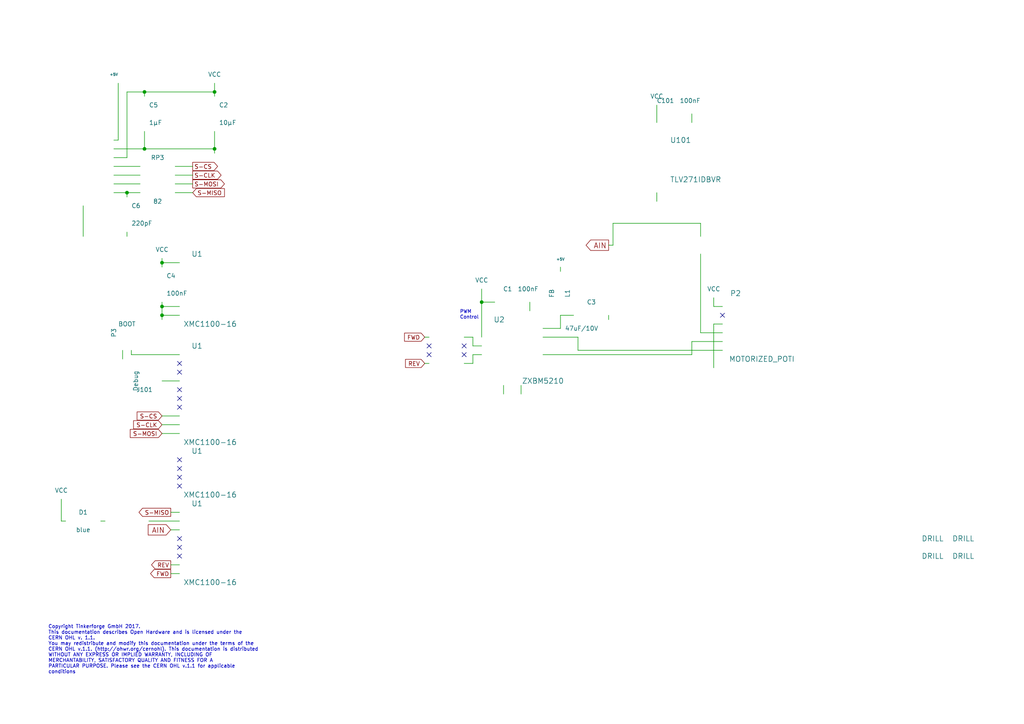
<source format=kicad_sch>
(kicad_sch (version 20230121) (generator eeschema)
  (paper "A4")
  (title_block (title "Motorized Linear Poti Bricklet") (date "2017-05-19") (rev "1.0") (company "Tinkerforge GmbH") (comment 1 "Licensed under CERN OHL v.1.1") (comment 2 "Copyright (©) 2017, L.Lauer <lukas@tinkerforge.com>"))
  (lib_symbols)
  (junction (at 139.7 87.63))
  (junction (at 46.99 91.44))
  (junction (at 62.23 43.18))
  (junction (at 62.23 26.67))
  (junction (at 36.83 55.88))
  (junction (at 46.99 88.9))
  (junction (at 41.91 26.67))
  (junction (at 41.91 43.18))
  (junction (at 46.99 76.2))
  (no_connect (at 134.62 102.87))
  (no_connect (at 52.07 115.57))
  (no_connect (at 124.46 102.87))
  (no_connect (at 52.07 133.35))
  (no_connect (at 52.07 113.03))
  (no_connect (at 52.07 161.29))
  (no_connect (at 124.46 100.33))
  (no_connect (at 52.07 156.21))
  (no_connect (at 52.07 135.89))
  (no_connect (at 52.07 158.75))
  (no_connect (at 52.07 140.97))
  (no_connect (at 52.07 118.11))
  (no_connect (at 209.55 91.44))
  (no_connect (at 52.07 138.43))
  (no_connect (at 52.07 105.41))
  (no_connect (at 52.07 107.95))
  (no_connect (at 134.62 100.33))
  (wire (pts (xy 207.01 88.9) (xy 207.01 86.36)))
  (wire (pts (xy 157.48 95.25) (xy 162.56 95.25)))
  (wire (pts (xy 190.5 30.48) (xy 190.5 35.56)))
  (wire (pts (xy 52.07 102.87) (xy 38.1 102.87)))
  (wire (pts (xy 151.13 114.3) (xy 151.13 111.76)))
  (wire (pts (xy 200.66 99.06) (xy 200.66 102.87)))
  (wire (pts (xy 41.91 38.1) (xy 41.91 43.18)))
  (wire (pts (xy 52.07 163.83) (xy 49.53 163.83)))
  (wire (pts (xy 139.7 102.87) (xy 137.16 102.87)))
  (wire (pts (xy 52.07 88.9) (xy 46.99 88.9)))
  (wire (pts (xy 203.2 96.52) (xy 209.55 96.52)))
  (wire (pts (xy 137.16 97.79) (xy 137.16 100.33)))
  (wire (pts (xy 143.51 87.63) (xy 139.7 87.63)))
  (wire (pts (xy 176.53 71.12) (xy 177.8 71.12)))
  (wire (pts (xy 36.83 68.58) (xy 36.83 67.31)))
  (wire (pts (xy 200.66 35.56) (xy 200.66 33.02)))
  (wire (pts (xy 177.8 64.77) (xy 177.8 71.12)))
  (wire (pts (xy 124.46 97.79) (xy 123.19 97.79)))
  (wire (pts (xy 46.99 110.49) (xy 52.07 110.49)))
  (wire (pts (xy 139.7 87.63) (xy 139.7 97.79)))
  (wire (pts (xy 36.83 55.88) (xy 40.64 55.88)))
  (wire (pts (xy 124.46 105.41) (xy 123.19 105.41)))
  (wire (pts (xy 36.83 26.67) (xy 36.83 45.72)))
  (wire (pts (xy 167.64 97.79) (xy 157.48 97.79)))
  (wire (pts (xy 200.66 102.87) (xy 157.48 102.87)))
  (wire (pts (xy 162.56 78.74) (xy 162.56 77.47)))
  (wire (pts (xy 46.99 88.9) (xy 46.99 91.44)))
  (wire (pts (xy 139.7 83.82) (xy 139.7 87.63)))
  (wire (pts (xy 46.99 77.47) (xy 46.99 76.2)))
  (wire (pts (xy 41.91 27.94) (xy 41.91 26.67)))
  (wire (pts (xy 167.64 97.79) (xy 167.64 101.6)))
  (wire (pts (xy 46.99 91.44) (xy 46.99 92.71)))
  (wire (pts (xy 167.64 101.6) (xy 209.55 101.6)))
  (wire (pts (xy 52.07 148.59) (xy 49.53 148.59)))
  (wire (pts (xy 162.56 95.25) (xy 162.56 91.44)))
  (wire (pts (xy 46.99 87.63) (xy 46.99 88.9)))
  (wire (pts (xy 41.91 26.67) (xy 62.23 26.67)))
  (wire (pts (xy 35.56 101.6) (xy 35.56 104.14)))
  (wire (pts (xy 19.05 151.13) (xy 17.78 151.13)))
  (wire (pts (xy 207.01 93.98) (xy 209.55 93.98)))
  (wire (pts (xy 17.78 151.13) (xy 17.78 144.78)))
  (wire (pts (xy 62.23 43.18) (xy 62.23 44.45)))
  (wire (pts (xy 52.07 91.44) (xy 46.99 91.44)))
  (wire (pts (xy 36.83 57.15) (xy 36.83 55.88)))
  (wire (pts (xy 134.62 105.41) (xy 137.16 105.41)))
  (wire (pts (xy 33.02 53.34) (xy 40.64 53.34)))
  (wire (pts (xy 30.48 151.13) (xy 29.21 151.13)))
  (wire (pts (xy 33.02 55.88) (xy 36.83 55.88)))
  (wire (pts (xy 137.16 105.41) (xy 137.16 102.87)))
  (wire (pts (xy 153.67 90.17) (xy 153.67 87.63)))
  (wire (pts (xy 41.91 43.18) (xy 62.23 43.18)))
  (wire (pts (xy 52.07 166.37) (xy 49.53 166.37)))
  (wire (pts (xy 33.02 43.18) (xy 41.91 43.18)))
  (wire (pts (xy 46.99 123.19) (xy 52.07 123.19)))
  (wire (pts (xy 190.5 58.42) (xy 190.5 55.88)))
  (wire (pts (xy 207.01 106.68) (xy 207.01 93.98)))
  (wire (pts (xy 50.8 50.8) (xy 55.88 50.8)))
  (wire (pts (xy 207.01 88.9) (xy 209.55 88.9)))
  (wire (pts (xy 46.99 120.65) (xy 52.07 120.65)))
  (wire (pts (xy 146.05 114.3) (xy 146.05 111.76)))
  (wire (pts (xy 33.02 48.26) (xy 40.64 48.26)))
  (wire (pts (xy 34.29 24.13) (xy 34.29 40.64)))
  (wire (pts (xy 62.23 38.1) (xy 62.23 43.18)))
  (wire (pts (xy 162.56 91.44) (xy 166.37 91.44)))
  (wire (pts (xy 203.2 64.77) (xy 177.8 64.77)))
  (wire (pts (xy 176.53 92.71) (xy 176.53 91.44)))
  (wire (pts (xy 209.55 99.06) (xy 200.66 99.06)))
  (wire (pts (xy 46.99 76.2) (xy 52.07 76.2)))
  (wire (pts (xy 50.8 55.88) (xy 55.88 55.88)))
  (wire (pts (xy 24.13 59.69) (xy 24.13 68.58)))
  (wire (pts (xy 33.02 50.8) (xy 40.64 50.8)))
  (wire (pts (xy 50.8 48.26) (xy 55.88 48.26)))
  (wire (pts (xy 46.99 125.73) (xy 52.07 125.73)))
  (wire (pts (xy 46.99 76.2) (xy 46.99 74.93)))
  (wire (pts (xy 134.62 97.79) (xy 137.16 97.79)))
  (wire (pts (xy 62.23 24.13) (xy 62.23 26.67)))
  (wire (pts (xy 137.16 100.33) (xy 139.7 100.33)))
  (wire (pts (xy 203.2 68.58) (xy 203.2 64.77)))
  (wire (pts (xy 36.83 26.67) (xy 41.91 26.67)))
  (wire (pts (xy 36.83 45.72) (xy 33.02 45.72)))
  (wire (pts (xy 52.07 151.13) (xy 43.18 151.13)))
  (wire (pts (xy 203.2 73.66) (xy 203.2 96.52)))
  (wire (pts (xy 38.1 102.87) (xy 38.1 101.6)))
  (wire (pts (xy 62.23 26.67) (xy 62.23 27.94)))
  (wire (pts (xy 49.53 153.67) (xy 52.07 153.67)))
  (wire (pts (xy 34.29 40.64) (xy 33.02 40.64)))
  (wire (pts (xy 50.8 53.34) (xy 55.88 53.34)))
  (text "PWM\nControl" (at 133.35 92.71 0) (effects (font (size 0.9906 0.9906)) (justify left bottom)))
  (text "Copyright Tinkerforge GmbH 2017.\nThis documentation describes Open Hardware and is licensed under the\nCERN OHL v. 1.1.\nYou may redistribute and modify this documentation under the terms of the\nCERN OHL v.1.1. (http://ohwr.org/cernohl). This documentation is distributed\nWITHOUT ANY EXPRESS OR IMPLIED WARRANTY, INCLUDING OF\nMERCHANTABILITY, SATISFACTORY QUALITY AND FITNESS FOR A\nPARTICULAR PURPOSE. Please see the CERN OHL v.1.1 for applicable\nconditions\n" (at 13.97 195.58 0) (effects (font (size 1.016 1.016)) (justify left bottom)))
  (global_label "S-MISO" (shape output) (at 49.53 148.59 180) (effects (font (size 1.1938 1.1938))) (property "Intersheetrefs" "${INTERSHEET_REFS}" (effects hide)))
  (global_label "S-MOSI" (shape input) (at 46.99 125.73 180) (effects (font (size 1.1938 1.1938))) (property "Intersheetrefs" "${INTERSHEET_REFS}" (effects hide)))
  (global_label "S-CLK" (shape output) (at 55.88 50.8 0) (effects (font (size 1.1938 1.1938))) (property "Intersheetrefs" "${INTERSHEET_REFS}" (effects hide)))
  (global_label "FWD" (shape input) (at 123.19 97.79 180) (effects (font (size 1.1938 1.1938))) (property "Intersheetrefs" "${INTERSHEET_REFS}" (effects hide)))
  (global_label "REV" (shape output) (at 49.53 163.83 180) (effects (font (size 1.1938 1.1938))) (property "Intersheetrefs" "${INTERSHEET_REFS}" (effects hide)))
  (global_label "FWD" (shape output) (at 49.53 166.37 180) (effects (font (size 1.1938 1.1938))) (property "Intersheetrefs" "${INTERSHEET_REFS}" (effects hide)))
  (global_label "AIN" (shape input) (at 49.53 153.67 180) (effects (font (size 1.524 1.524))) (property "Intersheetrefs" "${INTERSHEET_REFS}" (effects hide)))
  (global_label "AIN" (shape output) (at 176.53 71.12 180) (effects (font (size 1.524 1.524))) (property "Intersheetrefs" "${INTERSHEET_REFS}" (effects hide)))
  (global_label "REV" (shape input) (at 123.19 105.41 180) (effects (font (size 1.1938 1.1938))) (property "Intersheetrefs" "${INTERSHEET_REFS}" (effects hide)))
  (global_label "S-MISO" (shape input) (at 55.88 55.88 0) (effects (font (size 1.1938 1.1938))) (property "Intersheetrefs" "${INTERSHEET_REFS}" (effects hide)))
  (global_label "S-CS" (shape input) (at 46.99 120.65 180) (effects (font (size 1.1938 1.1938))) (property "Intersheetrefs" "${INTERSHEET_REFS}" (effects hide)))
  (global_label "S-MOSI" (shape output) (at 55.88 53.34 0) (effects (font (size 1.1938 1.1938))) (property "Intersheetrefs" "${INTERSHEET_REFS}" (effects hide)))
  (global_label "S-CLK" (shape input) (at 46.99 123.19 180) (effects (font (size 1.1938 1.1938))) (property "Intersheetrefs" "${INTERSHEET_REFS}" (effects hide)))
  (global_label "S-CS" (shape output) (at 55.88 48.26 0) (effects (font (size 1.1938 1.1938))) (property "Intersheetrefs" "${INTERSHEET_REFS}" (effects hide)))
  (symbol (lib_id "GND") (at 62.23 44.45 0) (unit 1)
    (property "Reference" "#PWR01" (effects hide))
    (property "Value" "GND" (effects hide))
  )
  (symbol (lib_id "DRILL") (at 279.4 156.21 0) (unit 1)
    (property "Reference" "U5" (effects hide))
    (property "Value" "DRILL" (at 279.4 156.21 0) (effects (font (size 1.524 1.524))))
    (property "Footprint" "kicad-libraries:DRILL_NP" (effects hide))
  )
  (symbol (lib_id "DRILL") (at 279.4 161.29 0) (unit 1)
    (property "Reference" "U6" (effects hide))
    (property "Value" "DRILL" (at 279.4 161.29 0) (effects (font (size 1.524 1.524))))
    (property "Footprint" "kicad-libraries:DRILL_NP" (effects hide))
  )
  (symbol (lib_id "DRILL") (at 270.51 161.29 0) (unit 1)
    (property "Reference" "U4" (effects hide))
    (property "Value" "DRILL" (at 270.51 161.29 0) (effects (font (size 1.524 1.524))))
    (property "Footprint" "kicad-libraries:DRILL_NP" (effects hide))
  )
  (symbol (lib_id "DRILL") (at 270.51 156.21 0) (unit 1)
    (property "Reference" "U3" (effects hide))
    (property "Value" "DRILL" (at 270.51 156.21 0) (effects (font (size 1.524 1.524))))
    (property "Footprint" "kicad-libraries:DRILL_NP" (effects hide))
  )
  (symbol (lib_id "ZXBM5210") (at 148.59 100.33 0) (unit 1)
    (property "Reference" "U2" (at 144.78 92.71 0) (effects (font (size 1.524 1.524))))
    (property "Value" "ZXBM5210" (at 157.48 110.49 0) (effects (font (size 1.524 1.524))))
    (property "Footprint" "kicad-libraries:SO-8-EP" (effects hide))
  )
  (symbol (lib_id "GND") (at 146.05 114.3 0) (unit 1)
    (property "Reference" "#PWR02" (effects hide))
    (property "Value" "GND" (effects hide))
  )
  (symbol (lib_id "GND") (at 151.13 114.3 0) (unit 1)
    (property "Reference" "#PWR03" (effects hide))
    (property "Value" "GND" (effects hide))
  )
  (symbol (lib_id "C") (at 148.59 87.63 90) (unit 1)
    (property "Reference" "C1" (at 148.59 83.82 90) (effects (justify left)))
    (property "Value" "100nF" (at 156.21 83.82 90) (effects (justify left)))
    (property "Footprint" "kicad-libraries:C0603E" (effects hide))
  )
  (symbol (lib_id "GND") (at 153.67 90.17 0) (unit 1)
    (property "Reference" "#PWR04" (effects hide))
    (property "Value" "GND" (effects hide))
  )
  (symbol (lib_id "+5V") (at 34.29 24.13 0) (unit 1)
    (property "Reference" "#PWR05" (effects hide))
    (property "Value" "+5V" (at 33.02 21.59 0) (effects (font (size 0.762 0.762))))
  )
  (symbol (lib_id "+5V") (at 162.56 77.47 0) (unit 1)
    (property "Reference" "#PWR06" (effects hide))
    (property "Value" "+5V" (at 162.56 75.184 0) (effects (font (size 0.762 0.762))))
  )
  (symbol (lib_id "INDUCT") (at 162.56 85.09 0) (unit 1)
    (property "Reference" "L1" (at 164.592 85.09 90))
    (property "Value" "FB" (at 160.02 85.09 90))
    (property "Footprint" "kicad-libraries:C0603E" (effects hide))
  )
  (symbol (lib_id "C") (at 171.45 91.44 270) (unit 1)
    (property "Reference" "C3" (at 170.18 87.63 90) (effects (justify left)))
    (property "Value" "47uF/10V" (at 163.83 95.25 90) (effects (justify left)))
    (property "Footprint" "kicad-libraries:C1206" (effects hide))
  )
  (symbol (lib_id "GND") (at 176.53 92.71 0) (unit 1)
    (property "Reference" "#PWR07" (effects hide))
    (property "Value" "GND" (effects hide))
  )
  (symbol (lib_id "R_PACK4") (at 129.54 106.68 0) (mirror y) (unit 1)
    (property "Reference" "RP1" (at 129.54 95.25 0) (effects (font (size 1.016 1.016))))
    (property "Value" "1k" (at 129.54 107.95 0) (effects (font (size 1.016 1.016))))
    (property "Footprint" "kicad-libraries:4X0603" (effects hide))
  )
  (symbol (lib_id "MOTORIZED_POTI") (at 212.09 95.25 0) (unit 1)
    (property "Reference" "P2" (at 213.36 85.09 0) (effects (font (size 1.524 1.524))))
    (property "Value" "MOTORIZED_POTI" (at 220.98 104.14 0) (effects (font (size 1.524 1.524))))
    (property "Footprint" "kicad-libraries:MOTORIZED_POTI" (effects hide))
  )
  (symbol (lib_id "GND") (at 207.01 106.68 0) (unit 1)
    (property "Reference" "#PWR08" (effects hide))
    (property "Value" "GND" (effects hide))
  )
  (symbol (lib_id "CON-SENSOR2") (at 24.13 48.26 0) (mirror y) (unit 1)
    (property "Reference" "P1" (at 27.94 38.1 0) (effects (font (size 1.524 1.524))))
    (property "Value" "CON-SENSOR2" (at 20.32 48.26 90) (effects (font (size 1.524 1.524))))
    (property "Footprint" "kicad-libraries:CON-SENSOR2" (effects hide))
  )
  (symbol (lib_id "C") (at 62.23 33.02 0) (unit 1)
    (property "Reference" "C2" (at 63.5 30.48 0) (effects (justify left)))
    (property "Value" "10µF" (at 63.5 35.56 0) (effects (justify left)))
    (property "Footprint" "kicad-libraries:C0805" (effects hide))
  )
  (symbol (lib_id "C") (at 41.91 33.02 0) (unit 1)
    (property "Reference" "C5" (at 43.18 30.48 0) (effects (justify left)))
    (property "Value" "1µF" (at 43.18 35.56 0) (effects (justify left)))
    (property "Footprint" "kicad-libraries:C0603F" (effects hide))
  )
  (symbol (lib_id "VCC") (at 62.23 24.13 0) (unit 1)
    (property "Reference" "#PWR09" (effects hide))
    (property "Value" "VCC" (at 62.23 21.59 0))
  )
  (symbol (lib_id "GND") (at 36.83 68.58 0) (unit 1)
    (property "Reference" "#PWR010" (effects hide))
    (property "Value" "GND" (effects hide))
  )
  (symbol (lib_id "CONN_01X02") (at 36.83 96.52 90) (unit 1)
    (property "Reference" "P3" (at 33.02 96.52 0))
    (property "Value" "BOOT" (at 36.83 93.98 90))
    (property "Footprint" "kicad-libraries:SolderJumper" (effects hide))
  )
  (symbol (lib_id "R") (at 36.83 151.13 90) (unit 1)
    (property "Reference" "R1" (at 36.83 149.098 90))
    (property "Value" "1k" (at 36.83 151.13 90))
    (property "Footprint" "kicad-libraries:R0603F" (effects hide))
  )
  (symbol (lib_id "LED") (at 24.13 151.13 0) (unit 1)
    (property "Reference" "D1" (at 24.13 148.59 0))
    (property "Value" "blue" (at 24.13 153.67 0))
    (property "Footprint" "kicad-libraries:D0603F" (effects hide))
  )
  (symbol (lib_id "VCC") (at 17.78 144.78 0) (unit 1)
    (property "Reference" "#PWR011" (effects hide))
    (property "Value" "VCC" (at 17.78 142.24 0))
  )
  (symbol (lib_id "C") (at 46.99 82.55 0) (unit 1)
    (property "Reference" "C4" (at 48.26 80.01 0) (effects (justify left)))
    (property "Value" "100nF" (at 48.26 85.09 0) (effects (justify left)))
    (property "Footprint" "kicad-libraries:C0603F" (effects hide))
  )
  (symbol (lib_id "GND") (at 46.99 92.71 0) (unit 1)
    (property "Reference" "#PWR015" (effects hide))
    (property "Value" "GND" (effects hide))
  )
  (symbol (lib_id "VCC") (at 46.99 74.93 0) (unit 1)
    (property "Reference" "#PWR012" (effects hide))
    (property "Value" "VCC" (at 46.99 72.39 0))
  )
  (symbol (lib_id "VCC") (at 139.7 83.82 0) (unit 1)
    (property "Reference" "#PWR013" (effects hide))
    (property "Value" "VCC" (at 139.7 81.28 0))
  )
  (symbol (lib_id "VCC") (at 207.01 86.36 0) (unit 1)
    (property "Reference" "#PWR014" (effects hide))
    (property "Value" "VCC" (at 207.01 83.82 0))
  )
  (symbol (lib_id "XMC1XXX24") (at 60.96 83.82 0) (unit 1)
    (property "Reference" "U1" (at 57.15 73.66 0) (effects (font (size 1.524 1.524))))
    (property "Value" "XMC1100-16" (at 60.96 93.98 0) (effects (font (size 1.524 1.524))))
    (property "Footprint" "kicad-libraries:QFN24-4x4mm-0.5mm" (effects hide))
  )
  (symbol (lib_id "XMC1XXX24") (at 60.96 114.3 0) (unit 2)
    (property "Reference" "U1" (at 57.15 100.33 0) (effects (font (size 1.524 1.524))))
    (property "Value" "XMC1100-16" (at 60.96 128.27 0) (effects (font (size 1.524 1.524))))
    (property "Footprint" "kicad-libraries:QFN24-4x4mm-0.5mm" (effects hide))
  )
  (symbol (lib_id "XMC1XXX24") (at 60.96 137.16 0) (unit 3)
    (property "Reference" "U1" (at 57.15 130.81 0) (effects (font (size 1.524 1.524))))
    (property "Value" "XMC1100-16" (at 60.96 143.51 0) (effects (font (size 1.524 1.524))))
    (property "Footprint" "kicad-libraries:QFN24-4x4mm-0.5mm" (effects hide))
  )
  (symbol (lib_id "XMC1XXX24") (at 60.96 157.48 0) (unit 4)
    (property "Reference" "U1" (at 57.15 146.05 0) (effects (font (size 1.524 1.524))))
    (property "Value" "XMC1100-16" (at 60.96 168.91 0) (effects (font (size 1.524 1.524))))
    (property "Footprint" "kicad-libraries:QFN24-4x4mm-0.5mm" (effects hide))
  )
  (symbol (lib_id "GND") (at 35.56 104.14 0) (unit 1)
    (property "Reference" "#PWR016" (effects hide))
    (property "Value" "GND" (effects hide))
  )
  (symbol (lib_id "R_PACK4") (at 45.72 57.15 0) (unit 1)
    (property "Reference" "RP3" (at 45.72 45.72 0))
    (property "Value" "82" (at 45.72 58.42 0))
    (property "Footprint" "kicad-libraries:4X0402" (effects hide))
  )
  (symbol (lib_id "C") (at 36.83 62.23 0) (unit 1)
    (property "Reference" "C6" (at 38.1 59.69 0) (effects (justify left)))
    (property "Value" "220pF" (at 38.1 64.77 0) (effects (justify left)))
    (property "Footprint" "kicad-libraries:C0402F" (effects hide))
  )
  (symbol (lib_id "GND") (at 24.13 68.58 0) (unit 1)
    (property "Reference" "#PWR017" (effects hide))
    (property "Value" "GND" (effects hide))
  )
  (symbol (lib_id "CONN_01X01") (at 41.91 110.49 180) (unit 1)
    (property "Reference" "J101" (at 41.91 113.03 0))
    (property "Value" "Debug" (at 39.37 110.49 90))
    (property "Footprint" "kicad-libraries:DEBUG_PAD" (effects hide))
  )
  (symbol (lib_id "TLV271") (at 190.5 71.12 180) (unit 1)
    (property "Reference" "U101" (at 189.23 67.31 0) (effects (font (size 1.524 1.524)) (justify left)))
    (property "Value" "TLV271IDBVR" (at 195.58 78.74 0) (effects (font (size 1.524 1.524)) (justify left)))
    (property "Footprint" "kicad-libraries:SOT23-5" (effects hide))
  )
  (symbol (lib_id "TLV271") (at 190.5 45.72 0) (unit 2)
    (property "Reference" "U101" (at 194.31 40.64 0) (effects (font (size 1.524 1.524)) (justify left)))
    (property "Value" "TLV271IDBVR" (at 194.31 52.07 0) (effects (font (size 1.524 1.524)) (justify left)))
    (property "Footprint" "kicad-libraries:SOT23-5" (effects hide))
  )
  (symbol (lib_id "C") (at 195.58 33.02 90) (unit 1)
    (property "Reference" "C101" (at 195.58 29.21 90) (effects (justify left)))
    (property "Value" "100nF" (at 203.2 29.21 90) (effects (justify left)))
    (property "Footprint" "kicad-libraries:C0603F" (effects hide))
  )
  (symbol (lib_id "VCC") (at 190.5 30.48 0) (unit 1)
    (property "Reference" "#PWR018" (effects hide))
    (property "Value" "VCC" (at 190.5 27.94 0))
  )
  (symbol (lib_id "GND") (at 200.66 35.56 0) (unit 1)
    (property "Reference" "#PWR019" (effects hide))
    (property "Value" "GND" (effects hide))
  )
  (symbol (lib_id "GND") (at 190.5 58.42 0) (unit 1)
    (property "Reference" "#PWR020" (effects hide))
    (property "Value" "GND" (effects hide))
  )
)
</source>
